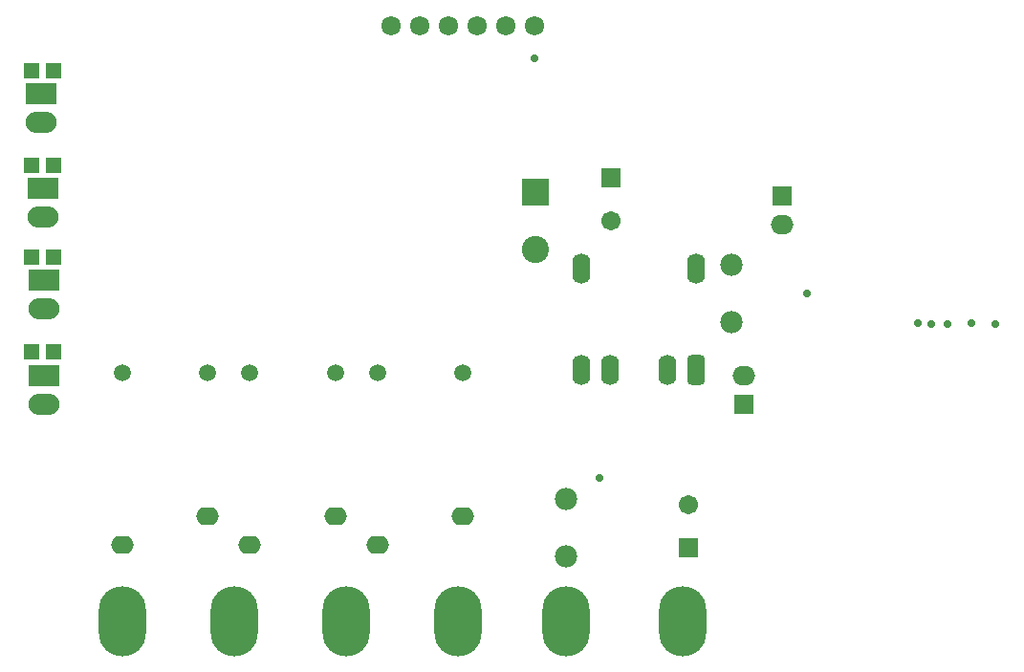
<source format=gbs>
G04*
G04 #@! TF.GenerationSoftware,Altium Limited,Altium Designer,21.2.1 (34)*
G04*
G04 Layer_Color=16711935*
%FSTAX24Y24*%
%MOIN*%
G70*
G04*
G04 #@! TF.SameCoordinates,9334BE2B-5F1B-4A57-B983-AC11F37A1BB9*
G04*
G04*
G04 #@! TF.FilePolarity,Negative*
G04*
G01*
G75*
%ADD44R,0.0529X0.0552*%
%ADD56C,0.0671*%
%ADD57R,0.0671X0.0671*%
%ADD58O,0.1655X0.2442*%
%ADD59C,0.0780*%
%ADD60C,0.0946*%
%ADD61R,0.0946X0.0946*%
%ADD62O,0.1080X0.0730*%
%ADD63R,0.1080X0.0730*%
%ADD64R,0.0702X0.0671*%
%ADD65O,0.0789X0.0671*%
%ADD66O,0.0631X0.1064*%
G04:AMPARAMS|DCode=67|XSize=106.4mil|YSize=63.1mil|CornerRadius=17.8mil|HoleSize=0mil|Usage=FLASHONLY|Rotation=90.000|XOffset=0mil|YOffset=0mil|HoleType=Round|Shape=RoundedRectangle|*
%AMROUNDEDRECTD67*
21,1,0.1064,0.0276,0,0,90.0*
21,1,0.0709,0.0631,0,0,90.0*
1,1,0.0356,0.0138,0.0354*
1,1,0.0356,0.0138,-0.0354*
1,1,0.0356,-0.0138,-0.0354*
1,1,0.0356,-0.0138,0.0354*
%
%ADD67ROUNDEDRECTD67*%
%ADD68C,0.0678*%
%ADD69O,0.0789X0.0631*%
%ADD70C,0.0592*%
%ADD71C,0.0277*%
D44*
X014464Y03143D02*
D03*
X015216D02*
D03*
X014464Y03473D02*
D03*
X015216D02*
D03*
X014464Y03793D02*
D03*
X015216D02*
D03*
X014464Y04123D02*
D03*
X015216D02*
D03*
D56*
X03464Y03598D02*
D03*
X03734Y02607D02*
D03*
D57*
X03464Y03748D02*
D03*
X03734Y02457D02*
D03*
D58*
X0176Y02203D02*
D03*
X02151D02*
D03*
X02542D02*
D03*
X02933D02*
D03*
X03307D02*
D03*
X03715D02*
D03*
D59*
X03307Y02627D02*
D03*
Y02427D02*
D03*
X03886Y03244D02*
D03*
Y03444D02*
D03*
D60*
X03201Y035D02*
D03*
D61*
Y037D02*
D03*
D62*
X01484Y03613D02*
D03*
X01479Y03943D02*
D03*
X01489Y03293D02*
D03*
X014892Y029597D02*
D03*
D63*
X01484Y03713D02*
D03*
X01479Y04043D02*
D03*
X01489Y03393D02*
D03*
X014892Y030597D02*
D03*
D64*
X04062Y03685D02*
D03*
X03928Y02957D02*
D03*
D65*
X04062Y03585D02*
D03*
X03928Y03057D02*
D03*
D66*
X0336Y034304D02*
D03*
X0376D02*
D03*
X0336Y0308D02*
D03*
X0346D02*
D03*
X0366D02*
D03*
D67*
X0376D02*
D03*
D68*
X02699Y04279D02*
D03*
X02799D02*
D03*
X02899D02*
D03*
X02999D02*
D03*
X03199D02*
D03*
X03099D02*
D03*
D69*
X029494Y02568D02*
D03*
X026504Y02468D02*
D03*
X020594Y02568D02*
D03*
X017604Y02468D02*
D03*
X022054D02*
D03*
X025044Y02568D02*
D03*
D70*
X026504Y03068D02*
D03*
X029496D02*
D03*
X017604Y03068D02*
D03*
X020596D02*
D03*
X025046D02*
D03*
X022054D02*
D03*
D71*
X04806Y03238D02*
D03*
X04722Y03241D02*
D03*
X04638Y0324D02*
D03*
X04582D02*
D03*
X04535Y03241D02*
D03*
X041486Y033435D02*
D03*
X031985Y041645D02*
D03*
X034263Y027007D02*
D03*
M02*

</source>
